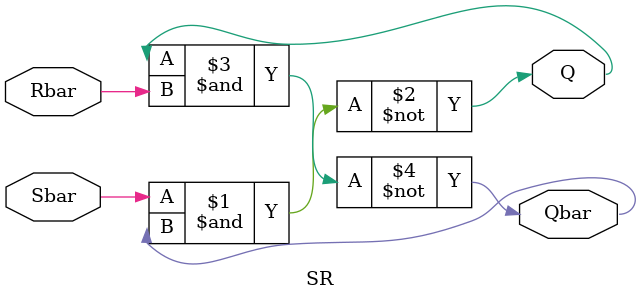
<source format=v>
module SR(Q,Qbar,Sbar,Rbar);
input wire Sbar,Rbar;
output wire Q,Qbar;

nand n1(Q,Sbar,Qbar);
nand n2(Qbar,Q,Rbar);

endmodule

</source>
